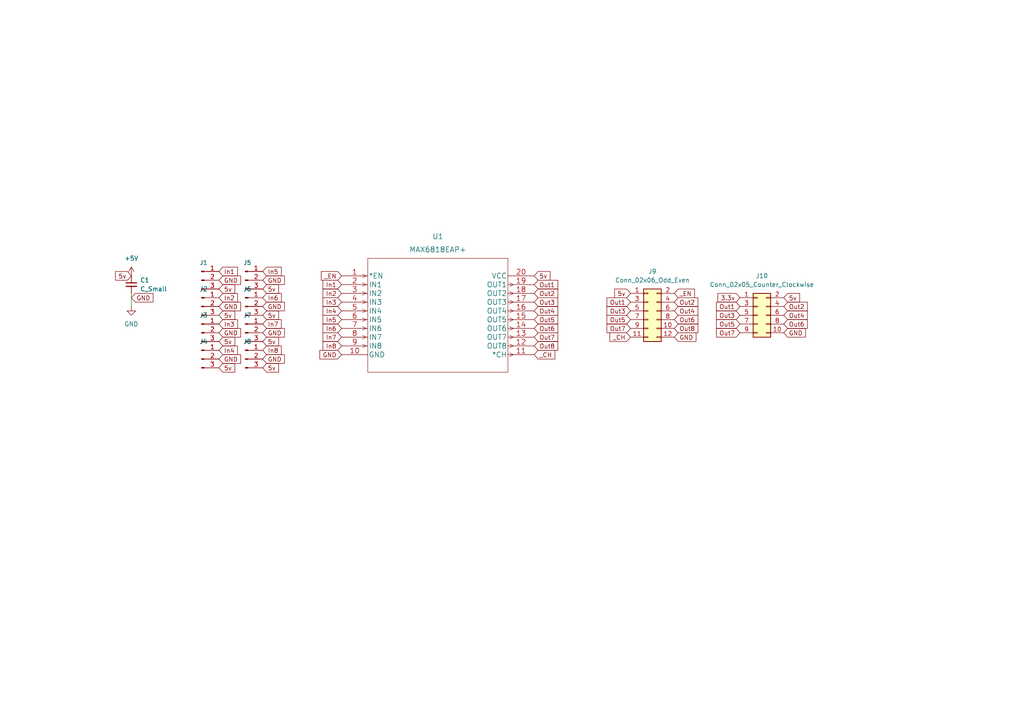
<source format=kicad_sch>
(kicad_sch (version 20211123) (generator eeschema)

  (uuid e63e39d7-6ac0-4ffd-8aa3-1841a4541b55)

  (paper "A4")

  (lib_symbols
    (symbol "Connector:Conn_01x03_Male" (pin_names (offset 1.016) hide) (in_bom yes) (on_board yes)
      (property "Reference" "J" (id 0) (at 0 5.08 0)
        (effects (font (size 1.27 1.27)))
      )
      (property "Value" "Conn_01x03_Male" (id 1) (at 0 -5.08 0)
        (effects (font (size 1.27 1.27)))
      )
      (property "Footprint" "" (id 2) (at 0 0 0)
        (effects (font (size 1.27 1.27)) hide)
      )
      (property "Datasheet" "~" (id 3) (at 0 0 0)
        (effects (font (size 1.27 1.27)) hide)
      )
      (property "ki_keywords" "connector" (id 4) (at 0 0 0)
        (effects (font (size 1.27 1.27)) hide)
      )
      (property "ki_description" "Generic connector, single row, 01x03, script generated (kicad-library-utils/schlib/autogen/connector/)" (id 5) (at 0 0 0)
        (effects (font (size 1.27 1.27)) hide)
      )
      (property "ki_fp_filters" "Connector*:*_1x??_*" (id 6) (at 0 0 0)
        (effects (font (size 1.27 1.27)) hide)
      )
      (symbol "Conn_01x03_Male_1_1"
        (polyline
          (pts
            (xy 1.27 -2.54)
            (xy 0.8636 -2.54)
          )
          (stroke (width 0.1524) (type default) (color 0 0 0 0))
          (fill (type none))
        )
        (polyline
          (pts
            (xy 1.27 0)
            (xy 0.8636 0)
          )
          (stroke (width 0.1524) (type default) (color 0 0 0 0))
          (fill (type none))
        )
        (polyline
          (pts
            (xy 1.27 2.54)
            (xy 0.8636 2.54)
          )
          (stroke (width 0.1524) (type default) (color 0 0 0 0))
          (fill (type none))
        )
        (rectangle (start 0.8636 -2.413) (end 0 -2.667)
          (stroke (width 0.1524) (type default) (color 0 0 0 0))
          (fill (type outline))
        )
        (rectangle (start 0.8636 0.127) (end 0 -0.127)
          (stroke (width 0.1524) (type default) (color 0 0 0 0))
          (fill (type outline))
        )
        (rectangle (start 0.8636 2.667) (end 0 2.413)
          (stroke (width 0.1524) (type default) (color 0 0 0 0))
          (fill (type outline))
        )
        (pin passive line (at 5.08 2.54 180) (length 3.81)
          (name "Pin_1" (effects (font (size 1.27 1.27))))
          (number "1" (effects (font (size 1.27 1.27))))
        )
        (pin passive line (at 5.08 0 180) (length 3.81)
          (name "Pin_2" (effects (font (size 1.27 1.27))))
          (number "2" (effects (font (size 1.27 1.27))))
        )
        (pin passive line (at 5.08 -2.54 180) (length 3.81)
          (name "Pin_3" (effects (font (size 1.27 1.27))))
          (number "3" (effects (font (size 1.27 1.27))))
        )
      )
    )
    (symbol "Connector_Generic:Conn_02x05_Odd_Even" (pin_names (offset 1.016) hide) (in_bom yes) (on_board yes)
      (property "Reference" "J" (id 0) (at 1.27 7.62 0)
        (effects (font (size 1.27 1.27)))
      )
      (property "Value" "Conn_02x05_Odd_Even" (id 1) (at 1.27 -7.62 0)
        (effects (font (size 1.27 1.27)))
      )
      (property "Footprint" "" (id 2) (at 0 0 0)
        (effects (font (size 1.27 1.27)) hide)
      )
      (property "Datasheet" "~" (id 3) (at 0 0 0)
        (effects (font (size 1.27 1.27)) hide)
      )
      (property "ki_keywords" "connector" (id 4) (at 0 0 0)
        (effects (font (size 1.27 1.27)) hide)
      )
      (property "ki_description" "Generic connector, double row, 02x05, odd/even pin numbering scheme (row 1 odd numbers, row 2 even numbers), script generated (kicad-library-utils/schlib/autogen/connector/)" (id 5) (at 0 0 0)
        (effects (font (size 1.27 1.27)) hide)
      )
      (property "ki_fp_filters" "Connector*:*_2x??_*" (id 6) (at 0 0 0)
        (effects (font (size 1.27 1.27)) hide)
      )
      (symbol "Conn_02x05_Odd_Even_1_1"
        (rectangle (start -1.27 -4.953) (end 0 -5.207)
          (stroke (width 0.1524) (type default) (color 0 0 0 0))
          (fill (type none))
        )
        (rectangle (start -1.27 -2.413) (end 0 -2.667)
          (stroke (width 0.1524) (type default) (color 0 0 0 0))
          (fill (type none))
        )
        (rectangle (start -1.27 0.127) (end 0 -0.127)
          (stroke (width 0.1524) (type default) (color 0 0 0 0))
          (fill (type none))
        )
        (rectangle (start -1.27 2.667) (end 0 2.413)
          (stroke (width 0.1524) (type default) (color 0 0 0 0))
          (fill (type none))
        )
        (rectangle (start -1.27 5.207) (end 0 4.953)
          (stroke (width 0.1524) (type default) (color 0 0 0 0))
          (fill (type none))
        )
        (rectangle (start -1.27 6.35) (end 3.81 -6.35)
          (stroke (width 0.254) (type default) (color 0 0 0 0))
          (fill (type background))
        )
        (rectangle (start 3.81 -4.953) (end 2.54 -5.207)
          (stroke (width 0.1524) (type default) (color 0 0 0 0))
          (fill (type none))
        )
        (rectangle (start 3.81 -2.413) (end 2.54 -2.667)
          (stroke (width 0.1524) (type default) (color 0 0 0 0))
          (fill (type none))
        )
        (rectangle (start 3.81 0.127) (end 2.54 -0.127)
          (stroke (width 0.1524) (type default) (color 0 0 0 0))
          (fill (type none))
        )
        (rectangle (start 3.81 2.667) (end 2.54 2.413)
          (stroke (width 0.1524) (type default) (color 0 0 0 0))
          (fill (type none))
        )
        (rectangle (start 3.81 5.207) (end 2.54 4.953)
          (stroke (width 0.1524) (type default) (color 0 0 0 0))
          (fill (type none))
        )
        (pin passive line (at -5.08 5.08 0) (length 3.81)
          (name "Pin_1" (effects (font (size 1.27 1.27))))
          (number "1" (effects (font (size 1.27 1.27))))
        )
        (pin passive line (at 7.62 -5.08 180) (length 3.81)
          (name "Pin_10" (effects (font (size 1.27 1.27))))
          (number "10" (effects (font (size 1.27 1.27))))
        )
        (pin passive line (at 7.62 5.08 180) (length 3.81)
          (name "Pin_2" (effects (font (size 1.27 1.27))))
          (number "2" (effects (font (size 1.27 1.27))))
        )
        (pin passive line (at -5.08 2.54 0) (length 3.81)
          (name "Pin_3" (effects (font (size 1.27 1.27))))
          (number "3" (effects (font (size 1.27 1.27))))
        )
        (pin passive line (at 7.62 2.54 180) (length 3.81)
          (name "Pin_4" (effects (font (size 1.27 1.27))))
          (number "4" (effects (font (size 1.27 1.27))))
        )
        (pin passive line (at -5.08 0 0) (length 3.81)
          (name "Pin_5" (effects (font (size 1.27 1.27))))
          (number "5" (effects (font (size 1.27 1.27))))
        )
        (pin passive line (at 7.62 0 180) (length 3.81)
          (name "Pin_6" (effects (font (size 1.27 1.27))))
          (number "6" (effects (font (size 1.27 1.27))))
        )
        (pin passive line (at -5.08 -2.54 0) (length 3.81)
          (name "Pin_7" (effects (font (size 1.27 1.27))))
          (number "7" (effects (font (size 1.27 1.27))))
        )
        (pin passive line (at 7.62 -2.54 180) (length 3.81)
          (name "Pin_8" (effects (font (size 1.27 1.27))))
          (number "8" (effects (font (size 1.27 1.27))))
        )
        (pin passive line (at -5.08 -5.08 0) (length 3.81)
          (name "Pin_9" (effects (font (size 1.27 1.27))))
          (number "9" (effects (font (size 1.27 1.27))))
        )
      )
    )
    (symbol "Connector_Generic:Conn_02x06_Odd_Even" (pin_names (offset 1.016) hide) (in_bom yes) (on_board yes)
      (property "Reference" "J" (id 0) (at 1.27 7.62 0)
        (effects (font (size 1.27 1.27)))
      )
      (property "Value" "Conn_02x06_Odd_Even" (id 1) (at 1.27 -10.16 0)
        (effects (font (size 1.27 1.27)))
      )
      (property "Footprint" "" (id 2) (at 0 0 0)
        (effects (font (size 1.27 1.27)) hide)
      )
      (property "Datasheet" "~" (id 3) (at 0 0 0)
        (effects (font (size 1.27 1.27)) hide)
      )
      (property "ki_keywords" "connector" (id 4) (at 0 0 0)
        (effects (font (size 1.27 1.27)) hide)
      )
      (property "ki_description" "Generic connector, double row, 02x06, odd/even pin numbering scheme (row 1 odd numbers, row 2 even numbers), script generated (kicad-library-utils/schlib/autogen/connector/)" (id 5) (at 0 0 0)
        (effects (font (size 1.27 1.27)) hide)
      )
      (property "ki_fp_filters" "Connector*:*_2x??_*" (id 6) (at 0 0 0)
        (effects (font (size 1.27 1.27)) hide)
      )
      (symbol "Conn_02x06_Odd_Even_1_1"
        (rectangle (start -1.27 -7.493) (end 0 -7.747)
          (stroke (width 0.1524) (type default) (color 0 0 0 0))
          (fill (type none))
        )
        (rectangle (start -1.27 -4.953) (end 0 -5.207)
          (stroke (width 0.1524) (type default) (color 0 0 0 0))
          (fill (type none))
        )
        (rectangle (start -1.27 -2.413) (end 0 -2.667)
          (stroke (width 0.1524) (type default) (color 0 0 0 0))
          (fill (type none))
        )
        (rectangle (start -1.27 0.127) (end 0 -0.127)
          (stroke (width 0.1524) (type default) (color 0 0 0 0))
          (fill (type none))
        )
        (rectangle (start -1.27 2.667) (end 0 2.413)
          (stroke (width 0.1524) (type default) (color 0 0 0 0))
          (fill (type none))
        )
        (rectangle (start -1.27 5.207) (end 0 4.953)
          (stroke (width 0.1524) (type default) (color 0 0 0 0))
          (fill (type none))
        )
        (rectangle (start -1.27 6.35) (end 3.81 -8.89)
          (stroke (width 0.254) (type default) (color 0 0 0 0))
          (fill (type background))
        )
        (rectangle (start 3.81 -7.493) (end 2.54 -7.747)
          (stroke (width 0.1524) (type default) (color 0 0 0 0))
          (fill (type none))
        )
        (rectangle (start 3.81 -4.953) (end 2.54 -5.207)
          (stroke (width 0.1524) (type default) (color 0 0 0 0))
          (fill (type none))
        )
        (rectangle (start 3.81 -2.413) (end 2.54 -2.667)
          (stroke (width 0.1524) (type default) (color 0 0 0 0))
          (fill (type none))
        )
        (rectangle (start 3.81 0.127) (end 2.54 -0.127)
          (stroke (width 0.1524) (type default) (color 0 0 0 0))
          (fill (type none))
        )
        (rectangle (start 3.81 2.667) (end 2.54 2.413)
          (stroke (width 0.1524) (type default) (color 0 0 0 0))
          (fill (type none))
        )
        (rectangle (start 3.81 5.207) (end 2.54 4.953)
          (stroke (width 0.1524) (type default) (color 0 0 0 0))
          (fill (type none))
        )
        (pin passive line (at -5.08 5.08 0) (length 3.81)
          (name "Pin_1" (effects (font (size 1.27 1.27))))
          (number "1" (effects (font (size 1.27 1.27))))
        )
        (pin passive line (at 7.62 -5.08 180) (length 3.81)
          (name "Pin_10" (effects (font (size 1.27 1.27))))
          (number "10" (effects (font (size 1.27 1.27))))
        )
        (pin passive line (at -5.08 -7.62 0) (length 3.81)
          (name "Pin_11" (effects (font (size 1.27 1.27))))
          (number "11" (effects (font (size 1.27 1.27))))
        )
        (pin passive line (at 7.62 -7.62 180) (length 3.81)
          (name "Pin_12" (effects (font (size 1.27 1.27))))
          (number "12" (effects (font (size 1.27 1.27))))
        )
        (pin passive line (at 7.62 5.08 180) (length 3.81)
          (name "Pin_2" (effects (font (size 1.27 1.27))))
          (number "2" (effects (font (size 1.27 1.27))))
        )
        (pin passive line (at -5.08 2.54 0) (length 3.81)
          (name "Pin_3" (effects (font (size 1.27 1.27))))
          (number "3" (effects (font (size 1.27 1.27))))
        )
        (pin passive line (at 7.62 2.54 180) (length 3.81)
          (name "Pin_4" (effects (font (size 1.27 1.27))))
          (number "4" (effects (font (size 1.27 1.27))))
        )
        (pin passive line (at -5.08 0 0) (length 3.81)
          (name "Pin_5" (effects (font (size 1.27 1.27))))
          (number "5" (effects (font (size 1.27 1.27))))
        )
        (pin passive line (at 7.62 0 180) (length 3.81)
          (name "Pin_6" (effects (font (size 1.27 1.27))))
          (number "6" (effects (font (size 1.27 1.27))))
        )
        (pin passive line (at -5.08 -2.54 0) (length 3.81)
          (name "Pin_7" (effects (font (size 1.27 1.27))))
          (number "7" (effects (font (size 1.27 1.27))))
        )
        (pin passive line (at 7.62 -2.54 180) (length 3.81)
          (name "Pin_8" (effects (font (size 1.27 1.27))))
          (number "8" (effects (font (size 1.27 1.27))))
        )
        (pin passive line (at -5.08 -5.08 0) (length 3.81)
          (name "Pin_9" (effects (font (size 1.27 1.27))))
          (number "9" (effects (font (size 1.27 1.27))))
        )
      )
    )
    (symbol "Device:C_Small" (pin_numbers hide) (pin_names (offset 0.254) hide) (in_bom yes) (on_board yes)
      (property "Reference" "C" (id 0) (at 0.254 1.778 0)
        (effects (font (size 1.27 1.27)) (justify left))
      )
      (property "Value" "C_Small" (id 1) (at 0.254 -2.032 0)
        (effects (font (size 1.27 1.27)) (justify left))
      )
      (property "Footprint" "" (id 2) (at 0 0 0)
        (effects (font (size 1.27 1.27)) hide)
      )
      (property "Datasheet" "~" (id 3) (at 0 0 0)
        (effects (font (size 1.27 1.27)) hide)
      )
      (property "ki_keywords" "capacitor cap" (id 4) (at 0 0 0)
        (effects (font (size 1.27 1.27)) hide)
      )
      (property "ki_description" "Unpolarized capacitor, small symbol" (id 5) (at 0 0 0)
        (effects (font (size 1.27 1.27)) hide)
      )
      (property "ki_fp_filters" "C_*" (id 6) (at 0 0 0)
        (effects (font (size 1.27 1.27)) hide)
      )
      (symbol "C_Small_0_1"
        (polyline
          (pts
            (xy -1.524 -0.508)
            (xy 1.524 -0.508)
          )
          (stroke (width 0.3302) (type default) (color 0 0 0 0))
          (fill (type none))
        )
        (polyline
          (pts
            (xy -1.524 0.508)
            (xy 1.524 0.508)
          )
          (stroke (width 0.3048) (type default) (color 0 0 0 0))
          (fill (type none))
        )
      )
      (symbol "C_Small_1_1"
        (pin passive line (at 0 2.54 270) (length 2.032)
          (name "~" (effects (font (size 1.27 1.27))))
          (number "1" (effects (font (size 1.27 1.27))))
        )
        (pin passive line (at 0 -2.54 90) (length 2.032)
          (name "~" (effects (font (size 1.27 1.27))))
          (number "2" (effects (font (size 1.27 1.27))))
        )
      )
    )
    (symbol "MAX6818:MAX6818EAP+" (pin_names (offset 0.254)) (in_bom yes) (on_board yes)
      (property "Reference" "U" (id 0) (at 27.94 10.16 0)
        (effects (font (size 1.524 1.524)))
      )
      (property "Value" "MAX6818EAP+" (id 1) (at 27.94 7.62 0)
        (effects (font (size 1.524 1.524)))
      )
      (property "Footprint" "21-0056C_20_MXM" (id 2) (at 27.94 6.096 0)
        (effects (font (size 1.524 1.524)) hide)
      )
      (property "Datasheet" "" (id 3) (at 0 0 0)
        (effects (font (size 1.524 1.524)))
      )
      (property "ki_locked" "" (id 4) (at 0 0 0)
        (effects (font (size 1.27 1.27)))
      )
      (property "ki_fp_filters" "21-0056C_20_MXM 21-0056C_20_MXM-M 21-0056C_20_MXM-L" (id 5) (at 0 0 0)
        (effects (font (size 1.27 1.27)) hide)
      )
      (symbol "MAX6818EAP+_1_1"
        (polyline
          (pts
            (xy 7.112 -20.32)
            (xy 6.0452 -20.828)
          )
          (stroke (width 0.127) (type default) (color 0 0 0 0))
          (fill (type none))
        )
        (polyline
          (pts
            (xy 7.112 -20.32)
            (xy 6.0452 -19.812)
          )
          (stroke (width 0.127) (type default) (color 0 0 0 0))
          (fill (type none))
        )
        (polyline
          (pts
            (xy 7.112 -17.78)
            (xy 6.0452 -18.288)
          )
          (stroke (width 0.127) (type default) (color 0 0 0 0))
          (fill (type none))
        )
        (polyline
          (pts
            (xy 7.112 -17.78)
            (xy 6.0452 -17.272)
          )
          (stroke (width 0.127) (type default) (color 0 0 0 0))
          (fill (type none))
        )
        (polyline
          (pts
            (xy 7.112 -15.24)
            (xy 6.0452 -15.748)
          )
          (stroke (width 0.127) (type default) (color 0 0 0 0))
          (fill (type none))
        )
        (polyline
          (pts
            (xy 7.112 -15.24)
            (xy 6.0452 -14.732)
          )
          (stroke (width 0.127) (type default) (color 0 0 0 0))
          (fill (type none))
        )
        (polyline
          (pts
            (xy 7.112 -12.7)
            (xy 6.0452 -13.208)
          )
          (stroke (width 0.127) (type default) (color 0 0 0 0))
          (fill (type none))
        )
        (polyline
          (pts
            (xy 7.112 -12.7)
            (xy 6.0452 -12.192)
          )
          (stroke (width 0.127) (type default) (color 0 0 0 0))
          (fill (type none))
        )
        (polyline
          (pts
            (xy 7.112 -10.16)
            (xy 6.0452 -10.668)
          )
          (stroke (width 0.127) (type default) (color 0 0 0 0))
          (fill (type none))
        )
        (polyline
          (pts
            (xy 7.112 -10.16)
            (xy 6.0452 -9.652)
          )
          (stroke (width 0.127) (type default) (color 0 0 0 0))
          (fill (type none))
        )
        (polyline
          (pts
            (xy 7.112 -7.62)
            (xy 6.0452 -8.128)
          )
          (stroke (width 0.127) (type default) (color 0 0 0 0))
          (fill (type none))
        )
        (polyline
          (pts
            (xy 7.112 -7.62)
            (xy 6.0452 -7.112)
          )
          (stroke (width 0.127) (type default) (color 0 0 0 0))
          (fill (type none))
        )
        (polyline
          (pts
            (xy 7.112 -5.08)
            (xy 6.0452 -5.588)
          )
          (stroke (width 0.127) (type default) (color 0 0 0 0))
          (fill (type none))
        )
        (polyline
          (pts
            (xy 7.112 -5.08)
            (xy 6.0452 -4.572)
          )
          (stroke (width 0.127) (type default) (color 0 0 0 0))
          (fill (type none))
        )
        (polyline
          (pts
            (xy 7.112 -2.54)
            (xy 6.0452 -3.048)
          )
          (stroke (width 0.127) (type default) (color 0 0 0 0))
          (fill (type none))
        )
        (polyline
          (pts
            (xy 7.112 -2.54)
            (xy 6.0452 -2.032)
          )
          (stroke (width 0.127) (type default) (color 0 0 0 0))
          (fill (type none))
        )
        (polyline
          (pts
            (xy 7.112 0)
            (xy 6.0452 -0.508)
          )
          (stroke (width 0.127) (type default) (color 0 0 0 0))
          (fill (type none))
        )
        (polyline
          (pts
            (xy 7.112 0)
            (xy 6.0452 0.508)
          )
          (stroke (width 0.127) (type default) (color 0 0 0 0))
          (fill (type none))
        )
        (polyline
          (pts
            (xy 7.62 -27.94)
            (xy 48.26 -27.94)
          )
          (stroke (width 0.127) (type default) (color 0 0 0 0))
          (fill (type none))
        )
        (polyline
          (pts
            (xy 7.62 5.08)
            (xy 7.62 -27.94)
          )
          (stroke (width 0.127) (type default) (color 0 0 0 0))
          (fill (type none))
        )
        (polyline
          (pts
            (xy 48.26 -27.94)
            (xy 48.26 5.08)
          )
          (stroke (width 0.127) (type default) (color 0 0 0 0))
          (fill (type none))
        )
        (polyline
          (pts
            (xy 48.26 5.08)
            (xy 7.62 5.08)
          )
          (stroke (width 0.127) (type default) (color 0 0 0 0))
          (fill (type none))
        )
        (polyline
          (pts
            (xy 48.768 -23.368)
            (xy 49.8348 -22.86)
          )
          (stroke (width 0.127) (type default) (color 0 0 0 0))
          (fill (type none))
        )
        (polyline
          (pts
            (xy 48.768 -22.352)
            (xy 49.8348 -22.86)
          )
          (stroke (width 0.127) (type default) (color 0 0 0 0))
          (fill (type none))
        )
        (polyline
          (pts
            (xy 48.768 -20.828)
            (xy 49.8348 -20.32)
          )
          (stroke (width 0.127) (type default) (color 0 0 0 0))
          (fill (type none))
        )
        (polyline
          (pts
            (xy 48.768 -19.812)
            (xy 49.8348 -20.32)
          )
          (stroke (width 0.127) (type default) (color 0 0 0 0))
          (fill (type none))
        )
        (polyline
          (pts
            (xy 48.768 -18.288)
            (xy 49.8348 -17.78)
          )
          (stroke (width 0.127) (type default) (color 0 0 0 0))
          (fill (type none))
        )
        (polyline
          (pts
            (xy 48.768 -17.272)
            (xy 49.8348 -17.78)
          )
          (stroke (width 0.127) (type default) (color 0 0 0 0))
          (fill (type none))
        )
        (polyline
          (pts
            (xy 48.768 -15.748)
            (xy 49.8348 -15.24)
          )
          (stroke (width 0.127) (type default) (color 0 0 0 0))
          (fill (type none))
        )
        (polyline
          (pts
            (xy 48.768 -14.732)
            (xy 49.8348 -15.24)
          )
          (stroke (width 0.127) (type default) (color 0 0 0 0))
          (fill (type none))
        )
        (polyline
          (pts
            (xy 48.768 -13.208)
            (xy 49.8348 -12.7)
          )
          (stroke (width 0.127) (type default) (color 0 0 0 0))
          (fill (type none))
        )
        (polyline
          (pts
            (xy 48.768 -12.192)
            (xy 49.8348 -12.7)
          )
          (stroke (width 0.127) (type default) (color 0 0 0 0))
          (fill (type none))
        )
        (polyline
          (pts
            (xy 48.768 -10.668)
            (xy 49.8348 -10.16)
          )
          (stroke (width 0.127) (type default) (color 0 0 0 0))
          (fill (type none))
        )
        (polyline
          (pts
            (xy 48.768 -9.652)
            (xy 49.8348 -10.16)
          )
          (stroke (width 0.127) (type default) (color 0 0 0 0))
          (fill (type none))
        )
        (polyline
          (pts
            (xy 48.768 -8.128)
            (xy 49.8348 -7.62)
          )
          (stroke (width 0.127) (type default) (color 0 0 0 0))
          (fill (type none))
        )
        (polyline
          (pts
            (xy 48.768 -7.112)
            (xy 49.8348 -7.62)
          )
          (stroke (width 0.127) (type default) (color 0 0 0 0))
          (fill (type none))
        )
        (polyline
          (pts
            (xy 48.768 -5.588)
            (xy 49.8348 -5.08)
          )
          (stroke (width 0.127) (type default) (color 0 0 0 0))
          (fill (type none))
        )
        (polyline
          (pts
            (xy 48.768 -4.572)
            (xy 49.8348 -5.08)
          )
          (stroke (width 0.127) (type default) (color 0 0 0 0))
          (fill (type none))
        )
        (polyline
          (pts
            (xy 48.768 -3.048)
            (xy 49.8348 -2.54)
          )
          (stroke (width 0.127) (type default) (color 0 0 0 0))
          (fill (type none))
        )
        (polyline
          (pts
            (xy 48.768 -2.032)
            (xy 49.8348 -2.54)
          )
          (stroke (width 0.127) (type default) (color 0 0 0 0))
          (fill (type none))
        )
        (pin input line (at 0 0 0) (length 7.62)
          (name "*EN" (effects (font (size 1.4986 1.4986))))
          (number "1" (effects (font (size 1.4986 1.4986))))
        )
        (pin power_in line (at 0 -22.86 0) (length 7.62)
          (name "GND" (effects (font (size 1.4986 1.4986))))
          (number "10" (effects (font (size 1.4986 1.4986))))
        )
        (pin output line (at 55.88 -22.86 180) (length 7.62)
          (name "*CH" (effects (font (size 1.4986 1.4986))))
          (number "11" (effects (font (size 1.4986 1.4986))))
        )
        (pin output line (at 55.88 -20.32 180) (length 7.62)
          (name "OUT8" (effects (font (size 1.4986 1.4986))))
          (number "12" (effects (font (size 1.4986 1.4986))))
        )
        (pin output line (at 55.88 -17.78 180) (length 7.62)
          (name "OUT7" (effects (font (size 1.4986 1.4986))))
          (number "13" (effects (font (size 1.4986 1.4986))))
        )
        (pin output line (at 55.88 -15.24 180) (length 7.62)
          (name "OUT6" (effects (font (size 1.4986 1.4986))))
          (number "14" (effects (font (size 1.4986 1.4986))))
        )
        (pin output line (at 55.88 -12.7 180) (length 7.62)
          (name "OUT5" (effects (font (size 1.4986 1.4986))))
          (number "15" (effects (font (size 1.4986 1.4986))))
        )
        (pin output line (at 55.88 -10.16 180) (length 7.62)
          (name "OUT4" (effects (font (size 1.4986 1.4986))))
          (number "16" (effects (font (size 1.4986 1.4986))))
        )
        (pin output line (at 55.88 -7.62 180) (length 7.62)
          (name "OUT3" (effects (font (size 1.4986 1.4986))))
          (number "17" (effects (font (size 1.4986 1.4986))))
        )
        (pin output line (at 55.88 -5.08 180) (length 7.62)
          (name "OUT2" (effects (font (size 1.4986 1.4986))))
          (number "18" (effects (font (size 1.4986 1.4986))))
        )
        (pin output line (at 55.88 -2.54 180) (length 7.62)
          (name "OUT1" (effects (font (size 1.4986 1.4986))))
          (number "19" (effects (font (size 1.4986 1.4986))))
        )
        (pin input line (at 0 -2.54 0) (length 7.62)
          (name "IN1" (effects (font (size 1.4986 1.4986))))
          (number "2" (effects (font (size 1.4986 1.4986))))
        )
        (pin power_in line (at 55.88 0 180) (length 7.62)
          (name "VCC" (effects (font (size 1.4986 1.4986))))
          (number "20" (effects (font (size 1.4986 1.4986))))
        )
        (pin input line (at 0 -5.08 0) (length 7.62)
          (name "IN2" (effects (font (size 1.4986 1.4986))))
          (number "3" (effects (font (size 1.4986 1.4986))))
        )
        (pin input line (at 0 -7.62 0) (length 7.62)
          (name "IN3" (effects (font (size 1.4986 1.4986))))
          (number "4" (effects (font (size 1.4986 1.4986))))
        )
        (pin input line (at 0 -10.16 0) (length 7.62)
          (name "IN4" (effects (font (size 1.4986 1.4986))))
          (number "5" (effects (font (size 1.4986 1.4986))))
        )
        (pin input line (at 0 -12.7 0) (length 7.62)
          (name "IN5" (effects (font (size 1.4986 1.4986))))
          (number "6" (effects (font (size 1.4986 1.4986))))
        )
        (pin input line (at 0 -15.24 0) (length 7.62)
          (name "IN6" (effects (font (size 1.4986 1.4986))))
          (number "7" (effects (font (size 1.4986 1.4986))))
        )
        (pin input line (at 0 -17.78 0) (length 7.62)
          (name "IN7" (effects (font (size 1.4986 1.4986))))
          (number "8" (effects (font (size 1.4986 1.4986))))
        )
        (pin input line (at 0 -20.32 0) (length 7.62)
          (name "IN8" (effects (font (size 1.4986 1.4986))))
          (number "9" (effects (font (size 1.4986 1.4986))))
        )
      )
    )
    (symbol "power:+5V" (power) (pin_names (offset 0)) (in_bom yes) (on_board yes)
      (property "Reference" "#PWR" (id 0) (at 0 -3.81 0)
        (effects (font (size 1.27 1.27)) hide)
      )
      (property "Value" "+5V" (id 1) (at 0 3.556 0)
        (effects (font (size 1.27 1.27)))
      )
      (property "Footprint" "" (id 2) (at 0 0 0)
        (effects (font (size 1.27 1.27)) hide)
      )
      (property "Datasheet" "" (id 3) (at 0 0 0)
        (effects (font (size 1.27 1.27)) hide)
      )
      (property "ki_keywords" "power-flag" (id 4) (at 0 0 0)
        (effects (font (size 1.27 1.27)) hide)
      )
      (property "ki_description" "Power symbol creates a global label with name \"+5V\"" (id 5) (at 0 0 0)
        (effects (font (size 1.27 1.27)) hide)
      )
      (symbol "+5V_0_1"
        (polyline
          (pts
            (xy -0.762 1.27)
            (xy 0 2.54)
          )
          (stroke (width 0) (type default) (color 0 0 0 0))
          (fill (type none))
        )
        (polyline
          (pts
            (xy 0 0)
            (xy 0 2.54)
          )
          (stroke (width 0) (type default) (color 0 0 0 0))
          (fill (type none))
        )
        (polyline
          (pts
            (xy 0 2.54)
            (xy 0.762 1.27)
          )
          (stroke (width 0) (type default) (color 0 0 0 0))
          (fill (type none))
        )
      )
      (symbol "+5V_1_1"
        (pin power_in line (at 0 0 90) (length 0) hide
          (name "+5V" (effects (font (size 1.27 1.27))))
          (number "1" (effects (font (size 1.27 1.27))))
        )
      )
    )
    (symbol "power:GND" (power) (pin_names (offset 0)) (in_bom yes) (on_board yes)
      (property "Reference" "#PWR" (id 0) (at 0 -6.35 0)
        (effects (font (size 1.27 1.27)) hide)
      )
      (property "Value" "GND" (id 1) (at 0 -3.81 0)
        (effects (font (size 1.27 1.27)))
      )
      (property "Footprint" "" (id 2) (at 0 0 0)
        (effects (font (size 1.27 1.27)) hide)
      )
      (property "Datasheet" "" (id 3) (at 0 0 0)
        (effects (font (size 1.27 1.27)) hide)
      )
      (property "ki_keywords" "power-flag" (id 4) (at 0 0 0)
        (effects (font (size 1.27 1.27)) hide)
      )
      (property "ki_description" "Power symbol creates a global label with name \"GND\" , ground" (id 5) (at 0 0 0)
        (effects (font (size 1.27 1.27)) hide)
      )
      (symbol "GND_0_1"
        (polyline
          (pts
            (xy 0 0)
            (xy 0 -1.27)
            (xy 1.27 -1.27)
            (xy 0 -2.54)
            (xy -1.27 -1.27)
            (xy 0 -1.27)
          )
          (stroke (width 0) (type default) (color 0 0 0 0))
          (fill (type none))
        )
      )
      (symbol "GND_1_1"
        (pin power_in line (at 0 0 270) (length 0) hide
          (name "GND" (effects (font (size 1.27 1.27))))
          (number "1" (effects (font (size 1.27 1.27))))
        )
      )
    )
  )


  (wire (pts (xy 38.1 85.09) (xy 38.1 88.9))
    (stroke (width 0) (type default) (color 0 0 0 0))
    (uuid 8220df33-668f-4354-bc9b-c01360a0d157)
  )

  (global_label "In4" (shape input) (at 63.5 101.6 0) (fields_autoplaced)
    (effects (font (size 1.27 1.27)) (justify left))
    (uuid 00e53796-b1fe-4f8c-8e3c-df8e610a6045)
    (property "Intersheet References" "${INTERSHEET_REFS}" (id 0) (at 68.8764 101.6794 0)
      (effects (font (size 1.27 1.27)) (justify left) hide)
    )
  )
  (global_label "GND" (shape input) (at 227.33 96.52 0) (fields_autoplaced)
    (effects (font (size 1.27 1.27)) (justify left))
    (uuid 11cccf6e-1ad9-4d8d-af89-24c2ae470585)
    (property "Intersheet References" "${INTERSHEET_REFS}" (id 0) (at 233.6136 96.4406 0)
      (effects (font (size 1.27 1.27)) (justify left) hide)
    )
  )
  (global_label "In3" (shape input) (at 99.06 87.63 180) (fields_autoplaced)
    (effects (font (size 1.27 1.27)) (justify right))
    (uuid 1625db2b-83a9-4193-b6e2-067e3c73a30a)
    (property "Intersheet References" "${INTERSHEET_REFS}" (id 0) (at 93.6836 87.5506 0)
      (effects (font (size 1.27 1.27)) (justify right) hide)
    )
  )
  (global_label "_CH" (shape input) (at 154.94 102.87 0) (fields_autoplaced)
    (effects (font (size 1.27 1.27)) (justify left))
    (uuid 19fc9c64-1ead-43fe-bb63-4b3631ad7281)
    (property "Intersheet References" "${INTERSHEET_REFS}" (id 0) (at 160.9212 102.7906 0)
      (effects (font (size 1.27 1.27)) (justify left) hide)
    )
  )
  (global_label "In8" (shape input) (at 76.2 101.6 0) (fields_autoplaced)
    (effects (font (size 1.27 1.27)) (justify left))
    (uuid 1aa93f4c-3bd8-4d15-ae08-c7105283c473)
    (property "Intersheet References" "${INTERSHEET_REFS}" (id 0) (at 81.5764 101.6794 0)
      (effects (font (size 1.27 1.27)) (justify left) hide)
    )
  )
  (global_label "Out4" (shape input) (at 195.58 90.17 0) (fields_autoplaced)
    (effects (font (size 1.27 1.27)) (justify left))
    (uuid 1be4406f-a7d6-4d11-b865-c667d62aad4b)
    (property "Intersheet References" "${INTERSHEET_REFS}" (id 0) (at 202.4079 90.0906 0)
      (effects (font (size 1.27 1.27)) (justify left) hide)
    )
  )
  (global_label "Out5" (shape input) (at 154.94 92.71 0) (fields_autoplaced)
    (effects (font (size 1.27 1.27)) (justify left))
    (uuid 22aa9e3d-d832-4db4-94aa-ccbe336c22e9)
    (property "Intersheet References" "${INTERSHEET_REFS}" (id 0) (at 161.7679 92.6306 0)
      (effects (font (size 1.27 1.27)) (justify left) hide)
    )
  )
  (global_label "_CH" (shape input) (at 182.88 97.79 180) (fields_autoplaced)
    (effects (font (size 1.27 1.27)) (justify right))
    (uuid 23e153bc-26d3-44f8-9c71-3ebc0fdbadad)
    (property "Intersheet References" "${INTERSHEET_REFS}" (id 0) (at 176.8988 97.8694 0)
      (effects (font (size 1.27 1.27)) (justify right) hide)
    )
  )
  (global_label "In5" (shape input) (at 99.06 92.71 180) (fields_autoplaced)
    (effects (font (size 1.27 1.27)) (justify right))
    (uuid 24cd670a-d95e-44aa-a178-ad7730f1f216)
    (property "Intersheet References" "${INTERSHEET_REFS}" (id 0) (at 93.6836 92.6306 0)
      (effects (font (size 1.27 1.27)) (justify right) hide)
    )
  )
  (global_label "5v" (shape input) (at 182.88 85.09 180) (fields_autoplaced)
    (effects (font (size 1.27 1.27)) (justify right))
    (uuid 261b158c-1ef2-4ef2-b1c3-1ac1ecc73442)
    (property "Intersheet References" "${INTERSHEET_REFS}" (id 0) (at 178.2898 85.0106 0)
      (effects (font (size 1.27 1.27)) (justify right) hide)
    )
  )
  (global_label "Out3" (shape input) (at 214.63 91.44 180) (fields_autoplaced)
    (effects (font (size 1.27 1.27)) (justify right))
    (uuid 28282c15-e26f-47ff-8160-0eac47082014)
    (property "Intersheet References" "${INTERSHEET_REFS}" (id 0) (at 207.8021 91.5194 0)
      (effects (font (size 1.27 1.27)) (justify right) hide)
    )
  )
  (global_label "In4" (shape input) (at 99.06 90.17 180) (fields_autoplaced)
    (effects (font (size 1.27 1.27)) (justify right))
    (uuid 2c65aeb2-62d8-4e32-a1e0-2eaa1d732b1e)
    (property "Intersheet References" "${INTERSHEET_REFS}" (id 0) (at 93.6836 90.0906 0)
      (effects (font (size 1.27 1.27)) (justify right) hide)
    )
  )
  (global_label "GND" (shape input) (at 63.5 88.9 0) (fields_autoplaced)
    (effects (font (size 1.27 1.27)) (justify left))
    (uuid 30c81239-37f3-4c22-8e05-aed1b6bda673)
    (property "Intersheet References" "${INTERSHEET_REFS}" (id 0) (at 69.7836 88.8206 0)
      (effects (font (size 1.27 1.27)) (justify left) hide)
    )
  )
  (global_label "Out5" (shape input) (at 214.63 93.98 180) (fields_autoplaced)
    (effects (font (size 1.27 1.27)) (justify right))
    (uuid 34d5f112-d582-4117-83ec-63ca08ef0fbb)
    (property "Intersheet References" "${INTERSHEET_REFS}" (id 0) (at 207.8021 94.0594 0)
      (effects (font (size 1.27 1.27)) (justify right) hide)
    )
  )
  (global_label "_EN" (shape input) (at 99.06 80.01 180) (fields_autoplaced)
    (effects (font (size 1.27 1.27)) (justify right))
    (uuid 39c9f72f-9985-4456-85e3-f0ccf76ce166)
    (property "Intersheet References" "${INTERSHEET_REFS}" (id 0) (at 93.1998 79.9306 0)
      (effects (font (size 1.27 1.27)) (justify right) hide)
    )
  )
  (global_label "5v" (shape input) (at 76.2 83.82 0) (fields_autoplaced)
    (effects (font (size 1.27 1.27)) (justify left))
    (uuid 3aa80f41-5fb6-4afc-b5b8-d58d378f89f7)
    (property "Intersheet References" "${INTERSHEET_REFS}" (id 0) (at 80.7902 83.7406 0)
      (effects (font (size 1.27 1.27)) (justify left) hide)
    )
  )
  (global_label "5v" (shape input) (at 63.5 83.82 0) (fields_autoplaced)
    (effects (font (size 1.27 1.27)) (justify left))
    (uuid 3d0d7e4b-6864-4017-a495-8498a6cbb493)
    (property "Intersheet References" "${INTERSHEET_REFS}" (id 0) (at 68.0902 83.7406 0)
      (effects (font (size 1.27 1.27)) (justify left) hide)
    )
  )
  (global_label "In6" (shape input) (at 76.2 86.36 0) (fields_autoplaced)
    (effects (font (size 1.27 1.27)) (justify left))
    (uuid 3e41409a-6bc7-4d32-b3b0-ea60e8267783)
    (property "Intersheet References" "${INTERSHEET_REFS}" (id 0) (at 81.5764 86.4394 0)
      (effects (font (size 1.27 1.27)) (justify left) hide)
    )
  )
  (global_label "In5" (shape input) (at 76.2 78.74 0) (fields_autoplaced)
    (effects (font (size 1.27 1.27)) (justify left))
    (uuid 3e84d5f6-0f55-4723-a299-20ce0d132cbc)
    (property "Intersheet References" "${INTERSHEET_REFS}" (id 0) (at 81.5764 78.8194 0)
      (effects (font (size 1.27 1.27)) (justify left) hide)
    )
  )
  (global_label "GND" (shape input) (at 38.1 86.36 0) (fields_autoplaced)
    (effects (font (size 1.27 1.27)) (justify left))
    (uuid 3fc232b2-5e47-45b5-80ff-8f14ccfae739)
    (property "Intersheet References" "${INTERSHEET_REFS}" (id 0) (at 44.3836 86.2806 0)
      (effects (font (size 1.27 1.27)) (justify left) hide)
    )
  )
  (global_label "GND" (shape input) (at 63.5 104.14 0) (fields_autoplaced)
    (effects (font (size 1.27 1.27)) (justify left))
    (uuid 41b61521-24fa-4367-9725-66c5a6542b27)
    (property "Intersheet References" "${INTERSHEET_REFS}" (id 0) (at 69.7836 104.0606 0)
      (effects (font (size 1.27 1.27)) (justify left) hide)
    )
  )
  (global_label "In1" (shape input) (at 63.5 78.74 0) (fields_autoplaced)
    (effects (font (size 1.27 1.27)) (justify left))
    (uuid 45f78f53-9366-49a7-b7b8-1193ca7e8cdf)
    (property "Intersheet References" "${INTERSHEET_REFS}" (id 0) (at 68.8764 78.8194 0)
      (effects (font (size 1.27 1.27)) (justify left) hide)
    )
  )
  (global_label "Out6" (shape input) (at 227.33 93.98 0) (fields_autoplaced)
    (effects (font (size 1.27 1.27)) (justify left))
    (uuid 4aa31da6-83ed-48d5-abcd-ad4a475f8681)
    (property "Intersheet References" "${INTERSHEET_REFS}" (id 0) (at 234.1579 93.9006 0)
      (effects (font (size 1.27 1.27)) (justify left) hide)
    )
  )
  (global_label "5v" (shape input) (at 76.2 99.06 0) (fields_autoplaced)
    (effects (font (size 1.27 1.27)) (justify left))
    (uuid 5074e580-b9f8-4a4d-aa12-2a95e601e46a)
    (property "Intersheet References" "${INTERSHEET_REFS}" (id 0) (at 80.7902 98.9806 0)
      (effects (font (size 1.27 1.27)) (justify left) hide)
    )
  )
  (global_label "In1" (shape input) (at 99.06 82.55 180) (fields_autoplaced)
    (effects (font (size 1.27 1.27)) (justify right))
    (uuid 511b45bf-5bd1-4c80-a4c5-e7eecbfe35f4)
    (property "Intersheet References" "${INTERSHEET_REFS}" (id 0) (at 93.6836 82.4706 0)
      (effects (font (size 1.27 1.27)) (justify right) hide)
    )
  )
  (global_label "GND" (shape input) (at 76.2 96.52 0) (fields_autoplaced)
    (effects (font (size 1.27 1.27)) (justify left))
    (uuid 52a8be9b-193c-48c1-bd6b-e015df647dba)
    (property "Intersheet References" "${INTERSHEET_REFS}" (id 0) (at 82.4836 96.4406 0)
      (effects (font (size 1.27 1.27)) (justify left) hide)
    )
  )
  (global_label "5v" (shape input) (at 63.5 91.44 0) (fields_autoplaced)
    (effects (font (size 1.27 1.27)) (justify left))
    (uuid 5592dfdc-d38b-4de5-acc0-2bbb8ce9d0f9)
    (property "Intersheet References" "${INTERSHEET_REFS}" (id 0) (at 68.0902 91.3606 0)
      (effects (font (size 1.27 1.27)) (justify left) hide)
    )
  )
  (global_label "Out1" (shape input) (at 182.88 87.63 180) (fields_autoplaced)
    (effects (font (size 1.27 1.27)) (justify right))
    (uuid 55c0e4c1-d3f8-41ed-97c1-5e34d7676001)
    (property "Intersheet References" "${INTERSHEET_REFS}" (id 0) (at 176.0521 87.7094 0)
      (effects (font (size 1.27 1.27)) (justify right) hide)
    )
  )
  (global_label "Out2" (shape input) (at 154.94 85.09 0) (fields_autoplaced)
    (effects (font (size 1.27 1.27)) (justify left))
    (uuid 56c2b9b1-79f7-4675-b713-41530c2132ca)
    (property "Intersheet References" "${INTERSHEET_REFS}" (id 0) (at 161.7679 85.0106 0)
      (effects (font (size 1.27 1.27)) (justify left) hide)
    )
  )
  (global_label "GND" (shape input) (at 76.2 88.9 0) (fields_autoplaced)
    (effects (font (size 1.27 1.27)) (justify left))
    (uuid 592a8701-9c88-4e65-83bd-ee3b1ef4537c)
    (property "Intersheet References" "${INTERSHEET_REFS}" (id 0) (at 82.4836 88.8206 0)
      (effects (font (size 1.27 1.27)) (justify left) hide)
    )
  )
  (global_label "5v" (shape input) (at 38.1 80.01 180) (fields_autoplaced)
    (effects (font (size 1.27 1.27)) (justify right))
    (uuid 620a9a3c-fed3-4f67-9a41-a7b089f4ba24)
    (property "Intersheet References" "${INTERSHEET_REFS}" (id 0) (at 33.5098 80.0894 0)
      (effects (font (size 1.27 1.27)) (justify right) hide)
    )
  )
  (global_label "GND" (shape input) (at 76.2 81.28 0) (fields_autoplaced)
    (effects (font (size 1.27 1.27)) (justify left))
    (uuid 6a764b62-a221-4b5a-b160-73eb9bbfcf61)
    (property "Intersheet References" "${INTERSHEET_REFS}" (id 0) (at 82.4836 81.2006 0)
      (effects (font (size 1.27 1.27)) (justify left) hide)
    )
  )
  (global_label "In2" (shape input) (at 99.06 85.09 180) (fields_autoplaced)
    (effects (font (size 1.27 1.27)) (justify right))
    (uuid 6d9751e5-53e5-4f23-b37b-ca1b579b1d89)
    (property "Intersheet References" "${INTERSHEET_REFS}" (id 0) (at 93.6836 85.0106 0)
      (effects (font (size 1.27 1.27)) (justify right) hide)
    )
  )
  (global_label "Out8" (shape input) (at 195.58 95.25 0) (fields_autoplaced)
    (effects (font (size 1.27 1.27)) (justify left))
    (uuid 6ee8d7c4-6f0e-4133-86b0-ff3c5326690f)
    (property "Intersheet References" "${INTERSHEET_REFS}" (id 0) (at 202.4079 95.1706 0)
      (effects (font (size 1.27 1.27)) (justify left) hide)
    )
  )
  (global_label "_EN" (shape input) (at 195.58 85.09 0) (fields_autoplaced)
    (effects (font (size 1.27 1.27)) (justify left))
    (uuid 6f10d38e-1e22-47b3-a4cd-98552bcd9a25)
    (property "Intersheet References" "${INTERSHEET_REFS}" (id 0) (at 201.4402 85.1694 0)
      (effects (font (size 1.27 1.27)) (justify left) hide)
    )
  )
  (global_label "In7" (shape input) (at 76.2 93.98 0) (fields_autoplaced)
    (effects (font (size 1.27 1.27)) (justify left))
    (uuid 716c8f7f-efdd-45ca-a33c-4fa3fa4bce8a)
    (property "Intersheet References" "${INTERSHEET_REFS}" (id 0) (at 81.5764 94.0594 0)
      (effects (font (size 1.27 1.27)) (justify left) hide)
    )
  )
  (global_label "In8" (shape input) (at 99.06 100.33 180) (fields_autoplaced)
    (effects (font (size 1.27 1.27)) (justify right))
    (uuid 77ba62f9-bdf0-445e-8ce6-fa7c640d0bb9)
    (property "Intersheet References" "${INTERSHEET_REFS}" (id 0) (at 93.6836 100.2506 0)
      (effects (font (size 1.27 1.27)) (justify right) hide)
    )
  )
  (global_label "GND" (shape input) (at 195.58 97.79 0) (fields_autoplaced)
    (effects (font (size 1.27 1.27)) (justify left))
    (uuid 78f32ae5-f3f9-41e5-823e-e59e5cfbf4e2)
    (property "Intersheet References" "${INTERSHEET_REFS}" (id 0) (at 201.8636 97.7106 0)
      (effects (font (size 1.27 1.27)) (justify left) hide)
    )
  )
  (global_label "Out7" (shape input) (at 214.63 96.52 180) (fields_autoplaced)
    (effects (font (size 1.27 1.27)) (justify right))
    (uuid 85e58db7-8852-48ad-a1bc-a6f5e84ac512)
    (property "Intersheet References" "${INTERSHEET_REFS}" (id 0) (at 207.8021 96.5994 0)
      (effects (font (size 1.27 1.27)) (justify right) hide)
    )
  )
  (global_label "Out3" (shape input) (at 154.94 87.63 0) (fields_autoplaced)
    (effects (font (size 1.27 1.27)) (justify left))
    (uuid 88074425-ff11-4b5e-83c7-5a2c36a511d8)
    (property "Intersheet References" "${INTERSHEET_REFS}" (id 0) (at 161.7679 87.5506 0)
      (effects (font (size 1.27 1.27)) (justify left) hide)
    )
  )
  (global_label "Out6" (shape input) (at 154.94 95.25 0) (fields_autoplaced)
    (effects (font (size 1.27 1.27)) (justify left))
    (uuid 8a0ce37f-79b1-45e7-bc52-fcfd9bd4a95c)
    (property "Intersheet References" "${INTERSHEET_REFS}" (id 0) (at 161.7679 95.1706 0)
      (effects (font (size 1.27 1.27)) (justify left) hide)
    )
  )
  (global_label "In3" (shape input) (at 63.5 93.98 0) (fields_autoplaced)
    (effects (font (size 1.27 1.27)) (justify left))
    (uuid 8b6712ff-ed29-45f4-a171-ede2052818e8)
    (property "Intersheet References" "${INTERSHEET_REFS}" (id 0) (at 68.8764 94.0594 0)
      (effects (font (size 1.27 1.27)) (justify left) hide)
    )
  )
  (global_label "Out4" (shape input) (at 227.33 91.44 0) (fields_autoplaced)
    (effects (font (size 1.27 1.27)) (justify left))
    (uuid 8d542abc-2fe7-46b0-9c0a-b4c03d3e8814)
    (property "Intersheet References" "${INTERSHEET_REFS}" (id 0) (at 234.1579 91.3606 0)
      (effects (font (size 1.27 1.27)) (justify left) hide)
    )
  )
  (global_label "Out2" (shape input) (at 227.33 88.9 0) (fields_autoplaced)
    (effects (font (size 1.27 1.27)) (justify left))
    (uuid a222a67a-4415-4b8d-9491-ca5a8ad8ad39)
    (property "Intersheet References" "${INTERSHEET_REFS}" (id 0) (at 234.1579 88.8206 0)
      (effects (font (size 1.27 1.27)) (justify left) hide)
    )
  )
  (global_label "5v" (shape input) (at 227.33 86.36 0) (fields_autoplaced)
    (effects (font (size 1.27 1.27)) (justify left))
    (uuid a9336b91-4c0a-405f-9857-e9ad3976de1e)
    (property "Intersheet References" "${INTERSHEET_REFS}" (id 0) (at 231.9202 86.4394 0)
      (effects (font (size 1.27 1.27)) (justify left) hide)
    )
  )
  (global_label "GND" (shape input) (at 76.2 104.14 0) (fields_autoplaced)
    (effects (font (size 1.27 1.27)) (justify left))
    (uuid ab42ebf7-0ee1-4e33-898c-15fccba78cc9)
    (property "Intersheet References" "${INTERSHEET_REFS}" (id 0) (at 82.4836 104.0606 0)
      (effects (font (size 1.27 1.27)) (justify left) hide)
    )
  )
  (global_label "Out3" (shape input) (at 182.88 90.17 180) (fields_autoplaced)
    (effects (font (size 1.27 1.27)) (justify right))
    (uuid af5140ed-449d-4df4-8d78-d6448acfb8af)
    (property "Intersheet References" "${INTERSHEET_REFS}" (id 0) (at 176.0521 90.2494 0)
      (effects (font (size 1.27 1.27)) (justify right) hide)
    )
  )
  (global_label "Out1" (shape input) (at 154.94 82.55 0) (fields_autoplaced)
    (effects (font (size 1.27 1.27)) (justify left))
    (uuid b1cd252b-7b1a-4d5a-b879-aa35f896fcb9)
    (property "Intersheet References" "${INTERSHEET_REFS}" (id 0) (at 161.7679 82.4706 0)
      (effects (font (size 1.27 1.27)) (justify left) hide)
    )
  )
  (global_label "Out2" (shape input) (at 195.58 87.63 0) (fields_autoplaced)
    (effects (font (size 1.27 1.27)) (justify left))
    (uuid b50aa891-f82b-4082-a65e-cb8a60a68f75)
    (property "Intersheet References" "${INTERSHEET_REFS}" (id 0) (at 202.4079 87.5506 0)
      (effects (font (size 1.27 1.27)) (justify left) hide)
    )
  )
  (global_label "5v" (shape input) (at 76.2 91.44 0) (fields_autoplaced)
    (effects (font (size 1.27 1.27)) (justify left))
    (uuid bb3c4b6f-35e8-4a7b-8128-76ff0a365d66)
    (property "Intersheet References" "${INTERSHEET_REFS}" (id 0) (at 80.7902 91.3606 0)
      (effects (font (size 1.27 1.27)) (justify left) hide)
    )
  )
  (global_label "5v" (shape input) (at 63.5 99.06 0) (fields_autoplaced)
    (effects (font (size 1.27 1.27)) (justify left))
    (uuid c732970c-0fb4-44aa-9cc7-01fbac3cd454)
    (property "Intersheet References" "${INTERSHEET_REFS}" (id 0) (at 68.0902 98.9806 0)
      (effects (font (size 1.27 1.27)) (justify left) hide)
    )
  )
  (global_label "Out6" (shape input) (at 195.58 92.71 0) (fields_autoplaced)
    (effects (font (size 1.27 1.27)) (justify left))
    (uuid c8a64555-2c85-4895-9512-0197e68a124e)
    (property "Intersheet References" "${INTERSHEET_REFS}" (id 0) (at 202.4079 92.6306 0)
      (effects (font (size 1.27 1.27)) (justify left) hide)
    )
  )
  (global_label "5v" (shape input) (at 154.94 80.01 0) (fields_autoplaced)
    (effects (font (size 1.27 1.27)) (justify left))
    (uuid d363830e-49d8-4642-975e-6cc1fa99e1c7)
    (property "Intersheet References" "${INTERSHEET_REFS}" (id 0) (at 159.5302 79.9306 0)
      (effects (font (size 1.27 1.27)) (justify left) hide)
    )
  )
  (global_label "Out7" (shape input) (at 154.94 97.79 0) (fields_autoplaced)
    (effects (font (size 1.27 1.27)) (justify left))
    (uuid d6cdef25-ae89-40ca-b339-3ea65033b57a)
    (property "Intersheet References" "${INTERSHEET_REFS}" (id 0) (at 161.7679 97.7106 0)
      (effects (font (size 1.27 1.27)) (justify left) hide)
    )
  )
  (global_label "GND" (shape input) (at 63.5 96.52 0) (fields_autoplaced)
    (effects (font (size 1.27 1.27)) (justify left))
    (uuid dcb9e20e-98b8-4b9e-aa85-f4416c68a936)
    (property "Intersheet References" "${INTERSHEET_REFS}" (id 0) (at 69.7836 96.4406 0)
      (effects (font (size 1.27 1.27)) (justify left) hide)
    )
  )
  (global_label "In6" (shape input) (at 99.06 95.25 180) (fields_autoplaced)
    (effects (font (size 1.27 1.27)) (justify right))
    (uuid dea71219-2336-4230-95b4-0e1702488976)
    (property "Intersheet References" "${INTERSHEET_REFS}" (id 0) (at 93.6836 95.1706 0)
      (effects (font (size 1.27 1.27)) (justify right) hide)
    )
  )
  (global_label "Out4" (shape input) (at 154.94 90.17 0) (fields_autoplaced)
    (effects (font (size 1.27 1.27)) (justify left))
    (uuid e2197d79-116e-4ef1-9b3b-28a37b70c217)
    (property "Intersheet References" "${INTERSHEET_REFS}" (id 0) (at 161.7679 90.0906 0)
      (effects (font (size 1.27 1.27)) (justify left) hide)
    )
  )
  (global_label "3.3v" (shape input) (at 214.63 86.36 180) (fields_autoplaced)
    (effects (font (size 1.27 1.27)) (justify right))
    (uuid e26986e8-cf99-493b-9e8c-8fdfe0beb9a0)
    (property "Intersheet References" "${INTERSHEET_REFS}" (id 0) (at 208.2255 86.2806 0)
      (effects (font (size 1.27 1.27)) (justify right) hide)
    )
  )
  (global_label "In2" (shape input) (at 63.5 86.36 0) (fields_autoplaced)
    (effects (font (size 1.27 1.27)) (justify left))
    (uuid e7846563-fb6a-472b-a511-ff2240f140bb)
    (property "Intersheet References" "${INTERSHEET_REFS}" (id 0) (at 68.8764 86.4394 0)
      (effects (font (size 1.27 1.27)) (justify left) hide)
    )
  )
  (global_label "Out5" (shape input) (at 182.88 92.71 180) (fields_autoplaced)
    (effects (font (size 1.27 1.27)) (justify right))
    (uuid e98882e0-8447-48ed-8a40-3a074d46f6d6)
    (property "Intersheet References" "${INTERSHEET_REFS}" (id 0) (at 176.0521 92.7894 0)
      (effects (font (size 1.27 1.27)) (justify right) hide)
    )
  )
  (global_label "GND" (shape input) (at 63.5 81.28 0) (fields_autoplaced)
    (effects (font (size 1.27 1.27)) (justify left))
    (uuid e9f901e9-535f-485b-889c-77ba2f55a031)
    (property "Intersheet References" "${INTERSHEET_REFS}" (id 0) (at 69.7836 81.2006 0)
      (effects (font (size 1.27 1.27)) (justify left) hide)
    )
  )
  (global_label "5v" (shape input) (at 63.5 106.68 0) (fields_autoplaced)
    (effects (font (size 1.27 1.27)) (justify left))
    (uuid ead7ff6c-6db4-484e-b1ea-4e465b5e08b4)
    (property "Intersheet References" "${INTERSHEET_REFS}" (id 0) (at 68.0902 106.6006 0)
      (effects (font (size 1.27 1.27)) (justify left) hide)
    )
  )
  (global_label "Out7" (shape input) (at 182.88 95.25 180) (fields_autoplaced)
    (effects (font (size 1.27 1.27)) (justify right))
    (uuid ee59b24c-ab95-4f03-93f3-e8e2003c29c0)
    (property "Intersheet References" "${INTERSHEET_REFS}" (id 0) (at 176.0521 95.3294 0)
      (effects (font (size 1.27 1.27)) (justify right) hide)
    )
  )
  (global_label "GND" (shape input) (at 99.06 102.87 180) (fields_autoplaced)
    (effects (font (size 1.27 1.27)) (justify right))
    (uuid f00cc004-cbc4-439c-94a3-fffc78151803)
    (property "Intersheet References" "${INTERSHEET_REFS}" (id 0) (at 92.7764 102.7906 0)
      (effects (font (size 1.27 1.27)) (justify right) hide)
    )
  )
  (global_label "Out8" (shape input) (at 154.94 100.33 0) (fields_autoplaced)
    (effects (font (size 1.27 1.27)) (justify left))
    (uuid f5a34f34-4fe1-4d11-89ee-13711f7b5a72)
    (property "Intersheet References" "${INTERSHEET_REFS}" (id 0) (at 161.7679 100.2506 0)
      (effects (font (size 1.27 1.27)) (justify left) hide)
    )
  )
  (global_label "In7" (shape input) (at 99.06 97.79 180) (fields_autoplaced)
    (effects (font (size 1.27 1.27)) (justify right))
    (uuid f8b7b3fb-94f0-4d9f-bff3-8a162e62a203)
    (property "Intersheet References" "${INTERSHEET_REFS}" (id 0) (at 93.6836 97.7106 0)
      (effects (font (size 1.27 1.27)) (justify right) hide)
    )
  )
  (global_label "Out1" (shape input) (at 214.63 88.9 180) (fields_autoplaced)
    (effects (font (size 1.27 1.27)) (justify right))
    (uuid f95aa609-b927-4a6a-bfe3-4c39fa666ac7)
    (property "Intersheet References" "${INTERSHEET_REFS}" (id 0) (at 207.8021 88.9794 0)
      (effects (font (size 1.27 1.27)) (justify right) hide)
    )
  )
  (global_label "5v" (shape input) (at 76.2 106.68 0) (fields_autoplaced)
    (effects (font (size 1.27 1.27)) (justify left))
    (uuid fb8d96a6-5986-4922-a7b7-e893bc0d2b03)
    (property "Intersheet References" "${INTERSHEET_REFS}" (id 0) (at 80.7902 106.6006 0)
      (effects (font (size 1.27 1.27)) (justify left) hide)
    )
  )

  (symbol (lib_id "power:+5V") (at 38.1 80.01 0) (unit 1)
    (in_bom yes) (on_board yes) (fields_autoplaced)
    (uuid 0bd78aa3-be96-4769-92fe-a681a9b98321)
    (property "Reference" "#PWR0102" (id 0) (at 38.1 83.82 0)
      (effects (font (size 1.27 1.27)) hide)
    )
    (property "Value" "+5V" (id 1) (at 38.1 74.93 0))
    (property "Footprint" "" (id 2) (at 38.1 80.01 0)
      (effects (font (size 1.27 1.27)) hide)
    )
    (property "Datasheet" "" (id 3) (at 38.1 80.01 0)
      (effects (font (size 1.27 1.27)) hide)
    )
    (pin "1" (uuid 1d5b74f2-c047-40d3-be7e-8febc780acb3))
  )

  (symbol (lib_id "Connector:Conn_01x03_Male") (at 71.12 88.9 0) (unit 1)
    (in_bom yes) (on_board yes) (fields_autoplaced)
    (uuid 14738e6f-1f17-4acd-8ef3-e6515158b3d9)
    (property "Reference" "J6" (id 0) (at 71.755 83.82 0))
    (property "Value" "Conn_01x03_Male" (id 1) (at 71.755 83.82 0)
      (effects (font (size 1.27 1.27)) hide)
    )
    (property "Footprint" "Connector_Molex:Molex_KK-254_AE-6410-03A_1x03_P2.54mm_Vertical" (id 2) (at 71.12 88.9 0)
      (effects (font (size 1.27 1.27)) hide)
    )
    (property "Datasheet" "~" (id 3) (at 71.12 88.9 0)
      (effects (font (size 1.27 1.27)) hide)
    )
    (pin "1" (uuid e516ff03-961c-4c55-a6eb-3a34bab6f5a1))
    (pin "2" (uuid 482dc4a9-1a65-41c6-bc14-d1c019d98aa2))
    (pin "3" (uuid 6d2488a3-cbe8-469a-8f9d-4984f8628cb4))
  )

  (symbol (lib_id "Connector:Conn_01x03_Male") (at 58.42 81.28 0) (unit 1)
    (in_bom yes) (on_board yes) (fields_autoplaced)
    (uuid 3727654e-6e96-4ecf-ab57-47c6be77982a)
    (property "Reference" "J1" (id 0) (at 59.055 76.2 0))
    (property "Value" "Conn_01x03_Male" (id 1) (at 59.055 76.2 0)
      (effects (font (size 1.27 1.27)) hide)
    )
    (property "Footprint" "Connector_Molex:Molex_KK-254_AE-6410-03A_1x03_P2.54mm_Vertical" (id 2) (at 58.42 81.28 0)
      (effects (font (size 1.27 1.27)) hide)
    )
    (property "Datasheet" "~" (id 3) (at 58.42 81.28 0)
      (effects (font (size 1.27 1.27)) hide)
    )
    (pin "1" (uuid ae2db5a5-b2b5-40f6-986c-6aedc9199c34))
    (pin "2" (uuid 9ff0f66b-6d18-4fd4-99ef-08c106fe3180))
    (pin "3" (uuid 73d49aff-41b6-4eb3-b225-9cf3da56ca44))
  )

  (symbol (lib_id "Connector:Conn_01x03_Male") (at 71.12 104.14 0) (unit 1)
    (in_bom yes) (on_board yes) (fields_autoplaced)
    (uuid 63ead6bb-3dab-43f9-b390-e64467228e0e)
    (property "Reference" "J8" (id 0) (at 71.755 99.06 0))
    (property "Value" "Conn_01x03_Male" (id 1) (at 71.755 99.06 0)
      (effects (font (size 1.27 1.27)) hide)
    )
    (property "Footprint" "Connector_Molex:Molex_KK-254_AE-6410-03A_1x03_P2.54mm_Vertical" (id 2) (at 71.12 104.14 0)
      (effects (font (size 1.27 1.27)) hide)
    )
    (property "Datasheet" "~" (id 3) (at 71.12 104.14 0)
      (effects (font (size 1.27 1.27)) hide)
    )
    (pin "1" (uuid e17acc70-dfc2-42db-b35a-6256543ee4e4))
    (pin "2" (uuid eb6856a7-a721-47fa-949c-155cc5fc6008))
    (pin "3" (uuid e0f4f96b-bf5d-4414-bf66-16580de345d3))
  )

  (symbol (lib_id "Connector_Generic:Conn_02x06_Odd_Even") (at 187.96 90.17 0) (unit 1)
    (in_bom yes) (on_board yes) (fields_autoplaced)
    (uuid 65172c5c-6ab6-45d3-a30c-4e5b12558d47)
    (property "Reference" "J9" (id 0) (at 189.23 78.74 0))
    (property "Value" "Conn_02x06_Odd_Even" (id 1) (at 189.23 81.28 0))
    (property "Footprint" "Connector_PinHeader_2.54mm:PinHeader_2x06_P2.54mm_Vertical" (id 2) (at 187.96 90.17 0)
      (effects (font (size 1.27 1.27)) hide)
    )
    (property "Datasheet" "~" (id 3) (at 187.96 90.17 0)
      (effects (font (size 1.27 1.27)) hide)
    )
    (pin "1" (uuid 86f10ded-c6d6-4f9e-964d-b0a1c76d611b))
    (pin "10" (uuid ece89743-9bf3-498e-a703-6c798b47f012))
    (pin "11" (uuid 672994b3-1e19-4240-9539-0c0b2e03a3d9))
    (pin "12" (uuid d8ddfa14-b530-4226-9b0c-689dd09b94e9))
    (pin "2" (uuid 356c9488-2287-4902-9291-9fb256b6da5f))
    (pin "3" (uuid 0b03bf62-cfd3-4ccb-bafa-212b96906bed))
    (pin "4" (uuid 82e00029-9438-4144-9821-6d87b3babe51))
    (pin "5" (uuid d9e769de-c0cb-4645-b77e-1299f9c09382))
    (pin "6" (uuid f7d61d0f-60e8-455b-a15f-a9c6cfe8b8eb))
    (pin "7" (uuid bab83e61-f940-40b1-9cd6-d34d53371ac8))
    (pin "8" (uuid 35fe5e7f-3a3a-4a03-b7cf-d81e5c003f29))
    (pin "9" (uuid c31e00f3-7fc1-4c80-a19a-c503719d91df))
  )

  (symbol (lib_id "Connector:Conn_01x03_Male") (at 71.12 81.28 0) (unit 1)
    (in_bom yes) (on_board yes) (fields_autoplaced)
    (uuid 731b6d58-6ddb-4750-838b-10556961b0f9)
    (property "Reference" "J5" (id 0) (at 71.755 76.2 0))
    (property "Value" "Conn_01x03_Male" (id 1) (at 71.755 76.2 0)
      (effects (font (size 1.27 1.27)) hide)
    )
    (property "Footprint" "Connector_Molex:Molex_KK-254_AE-6410-03A_1x03_P2.54mm_Vertical" (id 2) (at 71.12 81.28 0)
      (effects (font (size 1.27 1.27)) hide)
    )
    (property "Datasheet" "~" (id 3) (at 71.12 81.28 0)
      (effects (font (size 1.27 1.27)) hide)
    )
    (pin "1" (uuid 8bdaaf3c-a225-4541-9f13-81190e11faf7))
    (pin "2" (uuid ebb1455e-4b27-4774-9739-0df383ac6033))
    (pin "3" (uuid 01e207d2-7cc4-4fec-be87-b62ca5478eba))
  )

  (symbol (lib_id "Connector:Conn_01x03_Male") (at 58.42 88.9 0) (unit 1)
    (in_bom yes) (on_board yes) (fields_autoplaced)
    (uuid 84575ea0-c8d2-4bb1-8574-16c2df6b26f7)
    (property "Reference" "J2" (id 0) (at 59.055 83.82 0))
    (property "Value" "Conn_01x03_Male" (id 1) (at 59.055 83.82 0)
      (effects (font (size 1.27 1.27)) hide)
    )
    (property "Footprint" "Connector_Molex:Molex_KK-254_AE-6410-03A_1x03_P2.54mm_Vertical" (id 2) (at 58.42 88.9 0)
      (effects (font (size 1.27 1.27)) hide)
    )
    (property "Datasheet" "~" (id 3) (at 58.42 88.9 0)
      (effects (font (size 1.27 1.27)) hide)
    )
    (pin "1" (uuid 4a2f8fe6-53be-4d05-82dc-cc825cda9d50))
    (pin "2" (uuid ca1b4cbb-88ee-415b-93fb-569d3aa0cb10))
    (pin "3" (uuid 435b630c-af16-4fd4-8c5b-1b9b2c407ff6))
  )

  (symbol (lib_id "Connector:Conn_01x03_Male") (at 58.42 96.52 0) (unit 1)
    (in_bom yes) (on_board yes) (fields_autoplaced)
    (uuid 9ebcdf5e-9e21-4033-92d8-e09899cbf70d)
    (property "Reference" "J3" (id 0) (at 59.055 91.44 0))
    (property "Value" "Conn_01x03_Male" (id 1) (at 59.055 91.44 0)
      (effects (font (size 1.27 1.27)) hide)
    )
    (property "Footprint" "Connector_Molex:Molex_KK-254_AE-6410-03A_1x03_P2.54mm_Vertical" (id 2) (at 58.42 96.52 0)
      (effects (font (size 1.27 1.27)) hide)
    )
    (property "Datasheet" "~" (id 3) (at 58.42 96.52 0)
      (effects (font (size 1.27 1.27)) hide)
    )
    (pin "1" (uuid 2279cbf8-30f0-46b4-b309-236aedd2b962))
    (pin "2" (uuid 197c1fb0-9253-4259-9e10-36612d348cd6))
    (pin "3" (uuid 48de83e1-279f-4114-a0c2-bab9d691457e))
  )

  (symbol (lib_id "Connector_Generic:Conn_02x05_Odd_Even") (at 219.71 91.44 0) (unit 1)
    (in_bom yes) (on_board yes) (fields_autoplaced)
    (uuid b11c931a-4f66-469e-a1fd-afb54f3e390d)
    (property "Reference" "J10" (id 0) (at 220.98 80.01 0))
    (property "Value" "Conn_02x05_Counter_Clockwise" (id 1) (at 220.98 82.55 0))
    (property "Footprint" "Connector_PinSocket_1.27mm:PinSocket_2x05_P1.27mm_Vertical_SMD" (id 2) (at 219.71 91.44 0)
      (effects (font (size 1.27 1.27)) hide)
    )
    (property "Datasheet" "~" (id 3) (at 219.71 91.44 0)
      (effects (font (size 1.27 1.27)) hide)
    )
    (pin "1" (uuid 0000ca91-59e4-4f03-a903-56921f88aab4))
    (pin "10" (uuid aa0b6248-eaad-492d-ae48-ede516440497))
    (pin "2" (uuid abcd2929-6b26-4f32-a616-c11b938c9c5f))
    (pin "3" (uuid b8375659-5ed6-4a88-862b-f6c6d29bbbc4))
    (pin "4" (uuid d6b5e20e-b98c-448e-a908-8a2921b7e4b0))
    (pin "5" (uuid e33919b2-1d9c-4cef-a541-2e1a4304cad8))
    (pin "6" (uuid 8d255fd0-1ebe-41e6-b71a-3340fc48ba08))
    (pin "7" (uuid 965bda0e-b6da-4c77-8639-f7edacd0123c))
    (pin "8" (uuid 3d9e36eb-cae4-405a-b38a-1a1b229ac9ec))
    (pin "9" (uuid af1c72a9-822b-462a-8141-fcabd0d47848))
  )

  (symbol (lib_id "Device:C_Small") (at 38.1 82.55 0) (unit 1)
    (in_bom yes) (on_board yes) (fields_autoplaced)
    (uuid bb74b08f-45fb-4937-836d-14766ee6456f)
    (property "Reference" "C1" (id 0) (at 40.64 81.2862 0)
      (effects (font (size 1.27 1.27)) (justify left))
    )
    (property "Value" "C_Small" (id 1) (at 40.64 83.8262 0)
      (effects (font (size 1.27 1.27)) (justify left))
    )
    (property "Footprint" "Capacitor_SMD:C_0402_1005Metric" (id 2) (at 38.1 82.55 0)
      (effects (font (size 1.27 1.27)) hide)
    )
    (property "Datasheet" "~" (id 3) (at 38.1 82.55 0)
      (effects (font (size 1.27 1.27)) hide)
    )
    (pin "1" (uuid 4d73463b-4a70-455d-aa91-f9c6dc01c86a))
    (pin "2" (uuid eb593ffc-edf9-4439-b6bd-b5ac2b65799b))
  )

  (symbol (lib_id "power:GND") (at 38.1 88.9 0) (unit 1)
    (in_bom yes) (on_board yes) (fields_autoplaced)
    (uuid cb364c3c-a514-4c55-910c-9fda0dc4656e)
    (property "Reference" "#PWR0101" (id 0) (at 38.1 95.25 0)
      (effects (font (size 1.27 1.27)) hide)
    )
    (property "Value" "GND" (id 1) (at 38.1 93.98 0))
    (property "Footprint" "" (id 2) (at 38.1 88.9 0)
      (effects (font (size 1.27 1.27)) hide)
    )
    (property "Datasheet" "" (id 3) (at 38.1 88.9 0)
      (effects (font (size 1.27 1.27)) hide)
    )
    (pin "1" (uuid 8336b13e-7680-4692-b29b-b42b5ca910f9))
  )

  (symbol (lib_id "Connector:Conn_01x03_Male") (at 71.12 96.52 0) (unit 1)
    (in_bom yes) (on_board yes) (fields_autoplaced)
    (uuid d34f5f1e-0201-427b-a450-37b651277d9b)
    (property "Reference" "J7" (id 0) (at 71.755 91.44 0))
    (property "Value" "Conn_01x03_Male" (id 1) (at 71.755 91.44 0)
      (effects (font (size 1.27 1.27)) hide)
    )
    (property "Footprint" "Connector_Molex:Molex_KK-254_AE-6410-03A_1x03_P2.54mm_Vertical" (id 2) (at 71.12 96.52 0)
      (effects (font (size 1.27 1.27)) hide)
    )
    (property "Datasheet" "~" (id 3) (at 71.12 96.52 0)
      (effects (font (size 1.27 1.27)) hide)
    )
    (pin "1" (uuid 2fac9ffc-2f9f-4acc-a6d9-f92ab86ec96b))
    (pin "2" (uuid 70dfeadb-4ef1-4611-808d-2ab8449ef91d))
    (pin "3" (uuid a55435b2-c6a4-4bf3-a5be-cc587eb9d6d5))
  )

  (symbol (lib_id "MAX6818:MAX6818EAP+") (at 99.06 80.01 0) (unit 1)
    (in_bom yes) (on_board yes) (fields_autoplaced)
    (uuid eedc56a9-179f-4a38-b704-67578b002385)
    (property "Reference" "U1" (id 0) (at 127 68.58 0)
      (effects (font (size 1.524 1.524)))
    )
    (property "Value" "MAX6818EAP+" (id 1) (at 127 72.39 0)
      (effects (font (size 1.524 1.524)))
    )
    (property "Footprint" "MAX6818:MAX6818EAP&plus_" (id 2) (at 127 73.914 0)
      (effects (font (size 1.524 1.524)) hide)
    )
    (property "Datasheet" "" (id 3) (at 99.06 80.01 0)
      (effects (font (size 1.524 1.524)))
    )
    (pin "1" (uuid d2391c33-fa30-4144-bf9f-d28540928b47))
    (pin "10" (uuid 7f1ab89b-e9a4-438f-9841-ecf4a3d9dca0))
    (pin "11" (uuid 46b9df5d-f49a-47a5-9cd0-162d8d995c2a))
    (pin "12" (uuid acc68acd-7493-4025-ae7e-285f04b3e0e4))
    (pin "13" (uuid ceb9827e-17b3-41be-9106-13c7ac14aec8))
    (pin "14" (uuid dedb2da3-2254-430c-8837-0c4d082ac264))
    (pin "15" (uuid bfe0b557-36b1-4e07-9b68-bc2000b537ff))
    (pin "16" (uuid 790ea59d-c249-4de3-9ced-19b05ee32ec6))
    (pin "17" (uuid 911088cd-99ea-4688-908e-eaa4f50f5dd7))
    (pin "18" (uuid 7e325e6f-ddea-4b09-a414-ec3d9da77a36))
    (pin "19" (uuid d6b4ee29-120a-45db-89b8-f0ab272f70e7))
    (pin "2" (uuid 87ae8e57-40f8-4901-8c49-374629606d14))
    (pin "20" (uuid 85e87761-02ce-4a55-843c-cf3e7aab83b6))
    (pin "3" (uuid a38e0094-1e0b-4573-bf47-c2224e9edad9))
    (pin "4" (uuid dc703f41-62e9-4cfd-b9ad-d909a5176c7e))
    (pin "5" (uuid 62c6859d-e4e8-40e9-87f2-155707cd265e))
    (pin "6" (uuid fbf6d274-b7a4-4035-9835-1853e4feeb9a))
    (pin "7" (uuid 7959a23c-8b26-4ac1-92e4-6a2eabdeb70b))
    (pin "8" (uuid abad9eab-1114-43d2-af0e-09a1c281ed2b))
    (pin "9" (uuid 4a8e8751-b4de-4eb2-804f-7bf6b4f0e1fc))
  )

  (symbol (lib_id "Connector:Conn_01x03_Male") (at 58.42 104.14 0) (unit 1)
    (in_bom yes) (on_board yes) (fields_autoplaced)
    (uuid ffc219b0-412f-437f-8964-f756d6aa2d15)
    (property "Reference" "J4" (id 0) (at 59.055 99.06 0))
    (property "Value" "Conn_01x03_Male" (id 1) (at 59.055 99.06 0)
      (effects (font (size 1.27 1.27)) hide)
    )
    (property "Footprint" "Connector_Molex:Molex_KK-254_AE-6410-03A_1x03_P2.54mm_Vertical" (id 2) (at 58.42 104.14 0)
      (effects (font (size 1.27 1.27)) hide)
    )
    (property "Datasheet" "~" (id 3) (at 58.42 104.14 0)
      (effects (font (size 1.27 1.27)) hide)
    )
    (pin "1" (uuid 6dc83039-e700-44e0-bd7d-ea353888b2f1))
    (pin "2" (uuid eea8c17c-6cb4-46ef-aeea-18d292121d7f))
    (pin "3" (uuid a60ef6cf-e4f5-4e27-a588-eaea5dcde2b6))
  )

  (sheet_instances
    (path "/" (page "1"))
  )

  (symbol_instances
    (path "/cb364c3c-a514-4c55-910c-9fda0dc4656e"
      (reference "#PWR0101") (unit 1) (value "GND") (footprint "")
    )
    (path "/0bd78aa3-be96-4769-92fe-a681a9b98321"
      (reference "#PWR0102") (unit 1) (value "+5V") (footprint "")
    )
    (path "/bb74b08f-45fb-4937-836d-14766ee6456f"
      (reference "C1") (unit 1) (value "C_Small") (footprint "Capacitor_SMD:C_0402_1005Metric")
    )
    (path "/3727654e-6e96-4ecf-ab57-47c6be77982a"
      (reference "J1") (unit 1) (value "Conn_01x03_Male") (footprint "Connector_Molex:Molex_KK-254_AE-6410-03A_1x03_P2.54mm_Vertical")
    )
    (path "/84575ea0-c8d2-4bb1-8574-16c2df6b26f7"
      (reference "J2") (unit 1) (value "Conn_01x03_Male") (footprint "Connector_Molex:Molex_KK-254_AE-6410-03A_1x03_P2.54mm_Vertical")
    )
    (path "/9ebcdf5e-9e21-4033-92d8-e09899cbf70d"
      (reference "J3") (unit 1) (value "Conn_01x03_Male") (footprint "Connector_Molex:Molex_KK-254_AE-6410-03A_1x03_P2.54mm_Vertical")
    )
    (path "/ffc219b0-412f-437f-8964-f756d6aa2d15"
      (reference "J4") (unit 1) (value "Conn_01x03_Male") (footprint "Connector_Molex:Molex_KK-254_AE-6410-03A_1x03_P2.54mm_Vertical")
    )
    (path "/731b6d58-6ddb-4750-838b-10556961b0f9"
      (reference "J5") (unit 1) (value "Conn_01x03_Male") (footprint "Connector_Molex:Molex_KK-254_AE-6410-03A_1x03_P2.54mm_Vertical")
    )
    (path "/14738e6f-1f17-4acd-8ef3-e6515158b3d9"
      (reference "J6") (unit 1) (value "Conn_01x03_Male") (footprint "Connector_Molex:Molex_KK-254_AE-6410-03A_1x03_P2.54mm_Vertical")
    )
    (path "/d34f5f1e-0201-427b-a450-37b651277d9b"
      (reference "J7") (unit 1) (value "Conn_01x03_Male") (footprint "Connector_Molex:Molex_KK-254_AE-6410-03A_1x03_P2.54mm_Vertical")
    )
    (path "/63ead6bb-3dab-43f9-b390-e64467228e0e"
      (reference "J8") (unit 1) (value "Conn_01x03_Male") (footprint "Connector_Molex:Molex_KK-254_AE-6410-03A_1x03_P2.54mm_Vertical")
    )
    (path "/65172c5c-6ab6-45d3-a30c-4e5b12558d47"
      (reference "J9") (unit 1) (value "Conn_02x06_Odd_Even") (footprint "Connector_PinHeader_2.54mm:PinHeader_2x06_P2.54mm_Vertical")
    )
    (path "/b11c931a-4f66-469e-a1fd-afb54f3e390d"
      (reference "J10") (unit 1) (value "Conn_02x05_Counter_Clockwise") (footprint "Connector_PinSocket_1.27mm:PinSocket_2x05_P1.27mm_Vertical_SMD")
    )
    (path "/eedc56a9-179f-4a38-b704-67578b002385"
      (reference "U1") (unit 1) (value "MAX6818EAP+") (footprint "MAX6818:MAX6818EAP&plus_")
    )
  )
)

</source>
